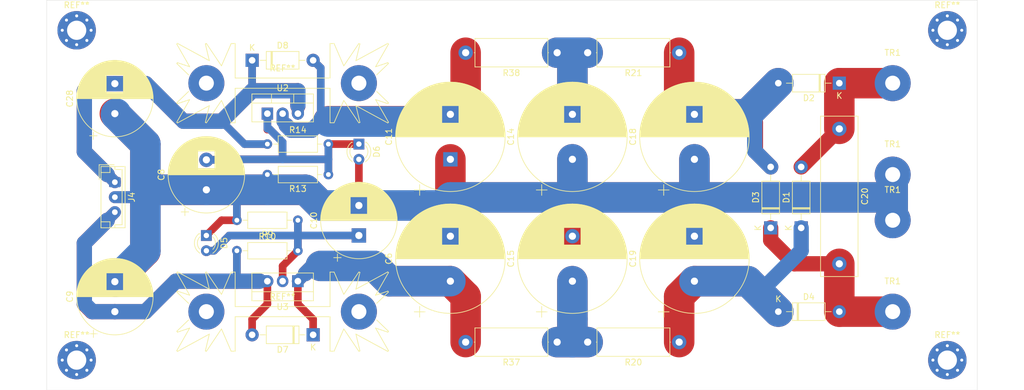
<source format=kicad_pcb>
(kicad_pcb (version 20171130) (host pcbnew 5.1.5+dfsg1-2build2)
  (layers (0 F.Cu signal) (31 B.Cu signal) (34 B.Paste user) (35 F.Paste user) (36 B.SilkS user) (37 F.SilkS user) (38 B.Mask user) (39 F.Mask user) (44 Edge.Cuts user))
  (net 0 "")
  (net 1 GND)
  (net 2 "Net-(C6-Pad1)")
  (net 3 "Net-(C8-Pad2)")
  (net 4 +15V)
  (net 5 "Net-(C10-Pad1)")
  (net 6 "Net-(C11-Pad2)")
  (net 7 "Net-(C14-Pad2)")
  (net 8 "Net-(C15-Pad1)")
  (net 9 "Net-(C18-Pad2)")
  (net 10 "Net-(C19-Pad1)")
  (net 11 "Net-(C20-Pad1)")
  (net 12 "Net-(C20-Pad2)")
  (net 13 -15V)
  (module MountingHole:MountingHole_3.2mm_M3_Pad_Via (layer F.Cu) (at 80 75)
    (fp_text reference REF** (at 0 -4.2) (layer F.SilkS))
    (fp_text value MountingHole_3.2mm_M3_Pad_Via)
    (pad 1 thru_hole circle (at 0 0) (size 6.4 6.4) (drill 3.2) (layers *.Cu *.Mask))
    (pad 1 thru_hole circle (at 2.4 0) (size 0.8 0.8) (drill 0.5) (layers *.Cu *.Mask))
    (pad 1 thru_hole circle (at 1.697056 1.697056) (size 0.8 0.8) (drill 0.5) (layers *.Cu *.Mask))
    (pad 1 thru_hole circle (at 0 2.4) (size 0.8 0.8) (drill 0.5) (layers *.Cu *.Mask))
    (pad 1 thru_hole circle (at -1.697056 1.697056) (size 0.8 0.8) (drill 0.5) (layers *.Cu *.Mask))
    (pad 1 thru_hole circle (at -2.4 0) (size 0.8 0.8) (drill 0.5) (layers *.Cu *.Mask))
    (pad 1 thru_hole circle (at -1.697056 -1.697056) (size 0.8 0.8) (drill 0.5) (layers *.Cu *.Mask))
    (pad 1 thru_hole circle (at 0 -2.4) (size 0.8 0.8) (drill 0.5) (layers *.Cu *.Mask))
    (pad 1 thru_hole circle (at 1.697056 -1.697056) (size 0.8 0.8) (drill 0.5) (layers *.Cu *.Mask))
  )
  (module MountingHole:MountingHole_3.2mm_M3_Pad_Via (layer F.Cu) (at 80 130)
    (fp_text reference REF** (at 0 -4.2) (layer F.SilkS))
    (fp_text value MountingHole_3.2mm_M3_Pad_Via)
    (pad 1 thru_hole circle (at 1.697056 -1.697056) (size 0.8 0.8) (drill 0.5) (layers *.Cu *.Mask))
    (pad 1 thru_hole circle (at 0 -2.4) (size 0.8 0.8) (drill 0.5) (layers *.Cu *.Mask))
    (pad 1 thru_hole circle (at -1.697056 -1.697056) (size 0.8 0.8) (drill 0.5) (layers *.Cu *.Mask))
    (pad 1 thru_hole circle (at -2.4 0) (size 0.8 0.8) (drill 0.5) (layers *.Cu *.Mask))
    (pad 1 thru_hole circle (at -1.697056 1.697056) (size 0.8 0.8) (drill 0.5) (layers *.Cu *.Mask))
    (pad 1 thru_hole circle (at 0 2.4) (size 0.8 0.8) (drill 0.5) (layers *.Cu *.Mask))
    (pad 1 thru_hole circle (at 1.697056 1.697056) (size 0.8 0.8) (drill 0.5) (layers *.Cu *.Mask))
    (pad 1 thru_hole circle (at 2.4 0) (size 0.8 0.8) (drill 0.5) (layers *.Cu *.Mask))
    (pad 1 thru_hole circle (at 0 0) (size 6.4 6.4) (drill 3.2) (layers *.Cu *.Mask))
  )
  (module MountingHole:MountingHole_3.2mm_M3_Pad_Via (layer F.Cu) (at 225 130)
    (fp_text reference REF** (at 0 -4.2) (layer F.SilkS))
    (fp_text value MountingHole_3.2mm_M3_Pad_Via)
    (pad 1 thru_hole circle (at 0 0) (size 6.4 6.4) (drill 3.2) (layers *.Cu *.Mask))
    (pad 1 thru_hole circle (at 2.4 0) (size 0.8 0.8) (drill 0.5) (layers *.Cu *.Mask))
    (pad 1 thru_hole circle (at 1.697056 1.697056) (size 0.8 0.8) (drill 0.5) (layers *.Cu *.Mask))
    (pad 1 thru_hole circle (at 0 2.4) (size 0.8 0.8) (drill 0.5) (layers *.Cu *.Mask))
    (pad 1 thru_hole circle (at -1.697056 1.697056) (size 0.8 0.8) (drill 0.5) (layers *.Cu *.Mask))
    (pad 1 thru_hole circle (at -2.4 0) (size 0.8 0.8) (drill 0.5) (layers *.Cu *.Mask))
    (pad 1 thru_hole circle (at -1.697056 -1.697056) (size 0.8 0.8) (drill 0.5) (layers *.Cu *.Mask))
    (pad 1 thru_hole circle (at 0 -2.4) (size 0.8 0.8) (drill 0.5) (layers *.Cu *.Mask))
    (pad 1 thru_hole circle (at 1.697056 -1.697056) (size 0.8 0.8) (drill 0.5) (layers *.Cu *.Mask))
  )
  (module MountingHole:MountingHole_3.2mm_M3_Pad_Via (layer F.Cu) (at 225 75)
    (fp_text reference REF** (at 0 -4.2) (layer F.SilkS))
    (fp_text value MountingHole_3.2mm_M3_Pad_Via)
    (pad 1 thru_hole circle (at 1.697056 -1.697056) (size 0.8 0.8) (drill 0.5) (layers *.Cu *.Mask))
    (pad 1 thru_hole circle (at 0 -2.4) (size 0.8 0.8) (drill 0.5) (layers *.Cu *.Mask))
    (pad 1 thru_hole circle (at -1.697056 -1.697056) (size 0.8 0.8) (drill 0.5) (layers *.Cu *.Mask))
    (pad 1 thru_hole circle (at -2.4 0) (size 0.8 0.8) (drill 0.5) (layers *.Cu *.Mask))
    (pad 1 thru_hole circle (at -1.697056 1.697056) (size 0.8 0.8) (drill 0.5) (layers *.Cu *.Mask))
    (pad 1 thru_hole circle (at 0 2.4) (size 0.8 0.8) (drill 0.5) (layers *.Cu *.Mask))
    (pad 1 thru_hole circle (at 1.697056 1.697056) (size 0.8 0.8) (drill 0.5) (layers *.Cu *.Mask))
    (pad 1 thru_hole circle (at 2.4 0) (size 0.8 0.8) (drill 0.5) (layers *.Cu *.Mask))
    (pad 1 thru_hole circle (at 0 0) (size 6.4 6.4) (drill 3.2) (layers *.Cu *.Mask))
  )
  (module Connector_Wire:SolderWirePad_1x01_Drill2.5mm (layer F.Cu) (at 215.9 99.06)
    (fp_text reference TR1 (at 0 -5.08) (layer F.SilkS))
    (fp_text value SolderWirePad_1x01_Drill2.5mm)
    (pad 5 thru_hole circle (at 0 0) (size 5.99948 5.99948) (drill 2.49936) (layers *.Cu *.Mask) (net 1 GND))
  )
  (module Connector_Wire:SolderWirePad_1x01_Drill2.5mm (layer F.Cu) (at 215.9 106.68)
    (fp_text reference TR1 (at 0 -5.08) (layer F.SilkS))
    (fp_text value SolderWirePad_1x01_Drill2.5mm)
    (pad 6 thru_hole circle (at 0 0) (size 5.99948 5.99948) (drill 2.49936) (layers *.Cu *.Mask) (net 1 GND))
  )
  (module Connector_Wire:SolderWirePad_1x01_Drill2.5mm (layer F.Cu) (at 215.9 121.92)
    (fp_text reference TR1 (at 0 -5.08) (layer F.SilkS))
    (fp_text value SolderWirePad_1x01_Drill2.5mm)
    (pad 7 thru_hole circle (at 0 0) (size 5.99948 5.99948) (drill 2.49936) (layers *.Cu *.Mask) (net 12 "Net-(C20-Pad2)"))
  )
  (module Connector_Wire:SolderWirePad_1x01_Drill2.5mm (layer F.Cu) (at 215.9 83.82)
    (fp_text reference TR1 (at 0 -5.08) (layer F.SilkS))
    (fp_text value SolderWirePad_1x01_Drill2.5mm)
    (pad 4 thru_hole circle (at 0 0) (size 5.99948 5.99948) (drill 2.49936) (layers *.Cu *.Mask) (net 11 "Net-(C20-Pad1)"))
  )
  (module Connector_JST:JST_EH_B3B-EH-A_1x03_P2.50mm_Vertical (layer F.Cu) (at 86.36 100.33 270)
    (fp_text reference J4 (at 2.5 -2.8 90) (layer F.SilkS))
    (fp_text value Conn_01x03)
    (pad 3 thru_hole oval (at 5 0 270) (size 1.7 1.95) (drill 0.95) (layers *.Cu *.Mask) (net 4 +15V))
    (pad 2 thru_hole oval (at 2.5 0 270) (size 1.7 1.95) (drill 0.95) (layers *.Cu *.Mask) (net 1 GND))
    (pad 1 thru_hole roundrect (at 0 0 270) (size 1.7 1.95) (drill 0.95) (layers *.Cu *.Mask) (roundrect_rratio 0.147059) (net 13 -15V))
  )
  (module Heatsink:Heatsink_Fischer_SK104-STC-STIC_35x13mm_2xDrill2.5mm (layer F.Cu) (at 114.3 121.92)
    (fp_text reference REF** (at -0.025 -2.5) (layer F.SilkS))
    (fp_text value Heatsink_Fischer_SK104-STC-STIC_35x13mm_2xDrill2.5mm)
    (pad 1 thru_hole circle (at -12.7 0 180) (size 6 6) (drill 2.5) (layers *.Cu *.Mask))
    (pad 1 thru_hole circle (at 12.7 0) (size 6 6) (drill 2.5) (layers *.Cu *.Mask))
  )
  (module Heatsink:Heatsink_Fischer_SK104-STC-STIC_35x13mm_2xDrill2.5mm (layer F.Cu) (at 114.3 83.82)
    (fp_text reference REF** (at -0.025 -2.5) (layer F.SilkS))
    (fp_text value Heatsink_Fischer_SK104-STC-STIC_35x13mm_2xDrill2.5mm)
    (pad 1 thru_hole circle (at 12.7 0) (size 6 6) (drill 2.5) (layers *.Cu *.Mask))
    (pad 1 thru_hole circle (at -12.7 0 180) (size 6 6) (drill 2.5) (layers *.Cu *.Mask))
  )
  (module Resistor_THT:R_Axial_DIN0414_L11.9mm_D4.5mm_P15.24mm_Horizontal (layer F.Cu) (at 160.02 78.74 180)
    (fp_text reference R38 (at 7.62 -3.37) (layer F.SilkS))
    (fp_text value 5R1)
    (pad 2 thru_hole oval (at 15.24 0 180) (size 2.4 2.4) (drill 1.2) (layers *.Cu *.Mask) (net 6 "Net-(C11-Pad2)"))
    (pad 1 thru_hole circle (at 0 0 180) (size 2.4 2.4) (drill 1.2) (layers *.Cu *.Mask) (net 7 "Net-(C14-Pad2)"))
  )
  (module Resistor_THT:R_Axial_DIN0414_L11.9mm_D4.5mm_P15.24mm_Horizontal (layer F.Cu) (at 160.02 127 180)
    (fp_text reference R37 (at 7.62 -3.37) (layer F.SilkS))
    (fp_text value 5R1)
    (pad 2 thru_hole oval (at 15.24 0 180) (size 2.4 2.4) (drill 1.2) (layers *.Cu *.Mask) (net 2 "Net-(C6-Pad1)"))
    (pad 1 thru_hole circle (at 0 0 180) (size 2.4 2.4) (drill 1.2) (layers *.Cu *.Mask) (net 8 "Net-(C15-Pad1)"))
  )
  (module Resistor_THT:R_Axial_DIN0414_L11.9mm_D4.5mm_P15.24mm_Horizontal (layer F.Cu) (at 180.34 78.74 180)
    (fp_text reference R21 (at 7.62 -3.37) (layer F.SilkS))
    (fp_text value 5R1)
    (pad 2 thru_hole oval (at 15.24 0 180) (size 2.4 2.4) (drill 1.2) (layers *.Cu *.Mask) (net 7 "Net-(C14-Pad2)"))
    (pad 1 thru_hole circle (at 0 0 180) (size 2.4 2.4) (drill 1.2) (layers *.Cu *.Mask) (net 9 "Net-(C18-Pad2)"))
  )
  (module Resistor_THT:R_Axial_DIN0414_L11.9mm_D4.5mm_P15.24mm_Horizontal (layer F.Cu) (at 180.34 127 180)
    (fp_text reference R20 (at 7.62 -3.37) (layer F.SilkS))
    (fp_text value 5R1)
    (pad 2 thru_hole oval (at 15.24 0 180) (size 2.4 2.4) (drill 1.2) (layers *.Cu *.Mask) (net 8 "Net-(C15-Pad1)"))
    (pad 1 thru_hole circle (at 0 0 180) (size 2.4 2.4) (drill 1.2) (layers *.Cu *.Mask) (net 10 "Net-(C19-Pad1)"))
  )
  (module Capacitor_THT:CP_Radial_D18.0mm_P7.50mm (layer F.Cu) (at 142.24 116.84 90)
    (fp_text reference C6 (at 3.75 -10.25 90) (layer F.SilkS))
    (fp_text value 3300uF/35V)
    (pad 1 thru_hole rect (at 0 0 90) (size 2.4 2.4) (drill 1.2) (layers *.Cu *.Mask) (net 2 "Net-(C6-Pad1)"))
    (pad 2 thru_hole circle (at 7.5 0 90) (size 2.4 2.4) (drill 1.2) (layers *.Cu *.Mask) (net 1 GND))
  )
  (module Capacitor_THT:CP_Radial_D12.5mm_P5.00mm (layer F.Cu) (at 101.6 101.6 90)
    (fp_text reference C8 (at 2.5 -7.5 90) (layer F.SilkS))
    (fp_text value 220uF/50V)
    (pad 2 thru_hole circle (at 5 0 90) (size 2.4 2.4) (drill 1.2) (layers *.Cu *.Mask) (net 3 "Net-(C8-Pad2)"))
    (pad 1 thru_hole rect (at 0 0 90) (size 2.4 2.4) (drill 1.2) (layers *.Cu *.Mask) (net 1 GND))
  )
  (module Capacitor_THT:CP_Radial_D12.5mm_P5.00mm (layer F.Cu) (at 86.36 121.92 90)
    (fp_text reference C9 (at 2.5 -7.5 90) (layer F.SilkS))
    (fp_text value 220uF/50V)
    (pad 1 thru_hole rect (at 0 0 90) (size 2.4 2.4) (drill 1.2) (layers *.Cu *.Mask) (net 4 +15V))
    (pad 2 thru_hole circle (at 5 0 90) (size 2.4 2.4) (drill 1.2) (layers *.Cu *.Mask) (net 1 GND))
  )
  (module Capacitor_THT:CP_Radial_D12.5mm_P5.00mm (layer F.Cu) (at 127 109.22 90)
    (fp_text reference C10 (at 2.5 -7.5 90) (layer F.SilkS))
    (fp_text value 220uF/50V)
    (pad 2 thru_hole circle (at 5 0 90) (size 2.4 2.4) (drill 1.2) (layers *.Cu *.Mask) (net 1 GND))
    (pad 1 thru_hole rect (at 0 0 90) (size 2.4 2.4) (drill 1.2) (layers *.Cu *.Mask) (net 5 "Net-(C10-Pad1)"))
  )
  (module Capacitor_THT:CP_Radial_D18.0mm_P7.50mm (layer F.Cu) (at 142.24 96.52 90)
    (fp_text reference C11 (at 3.75 -10.25 90) (layer F.SilkS))
    (fp_text value 3300uF/35V)
    (pad 2 thru_hole circle (at 7.5 0 90) (size 2.4 2.4) (drill 1.2) (layers *.Cu *.Mask) (net 6 "Net-(C11-Pad2)"))
    (pad 1 thru_hole rect (at 0 0 90) (size 2.4 2.4) (drill 1.2) (layers *.Cu *.Mask) (net 1 GND))
  )
  (module Capacitor_THT:CP_Radial_D18.0mm_P7.50mm (layer F.Cu) (at 162.56 96.52 90)
    (fp_text reference C14 (at 3.75 -10.25 90) (layer F.SilkS))
    (fp_text value 3300uF/35V)
    (pad 1 thru_hole rect (at 0 0 90) (size 2.4 2.4) (drill 1.2) (layers *.Cu *.Mask) (net 1 GND))
    (pad 2 thru_hole circle (at 7.5 0 90) (size 2.4 2.4) (drill 1.2) (layers *.Cu *.Mask) (net 7 "Net-(C14-Pad2)"))
  )
  (module Capacitor_THT:CP_Radial_D18.0mm_P7.50mm (layer F.Cu) (at 162.56 116.84 90)
    (fp_text reference C15 (at 3.75 -10.25 90) (layer F.SilkS))
    (fp_text value 3300uF/35V)
    (pad 2 thru_hole circle (at 7.5 0 90) (size 2.4 2.4) (drill 1.2) (layers *.Cu *.Mask) (net 1 GND))
    (pad 1 thru_hole rect (at 0 0 90) (size 2.4 2.4) (drill 1.2) (layers *.Cu *.Mask) (net 8 "Net-(C15-Pad1)"))
  )
  (module Capacitor_THT:CP_Radial_D18.0mm_P7.50mm (layer F.Cu) (at 182.88 96.52 90)
    (fp_text reference C18 (at 3.75 -10.25 90) (layer F.SilkS))
    (fp_text value 3300uF/35V)
    (pad 2 thru_hole circle (at 7.5 0 90) (size 2.4 2.4) (drill 1.2) (layers *.Cu *.Mask) (net 9 "Net-(C18-Pad2)"))
    (pad 1 thru_hole rect (at 0 0 90) (size 2.4 2.4) (drill 1.2) (layers *.Cu *.Mask) (net 1 GND))
  )
  (module Capacitor_THT:CP_Radial_D18.0mm_P7.50mm (layer F.Cu) (at 182.88 116.84 90)
    (fp_text reference C19 (at 3.75 -10.25 90) (layer F.SilkS))
    (fp_text value 3300uF/35V)
    (pad 1 thru_hole rect (at 0 0 90) (size 2.4 2.4) (drill 1.2) (layers *.Cu *.Mask) (net 10 "Net-(C19-Pad1)"))
    (pad 2 thru_hole circle (at 7.5 0 90) (size 2.4 2.4) (drill 1.2) (layers *.Cu *.Mask) (net 1 GND))
  )
  (module Capacitor_THT:C_Rect_L26.5mm_W6.0mm_P22.50mm_MKS4 (layer F.Cu) (at 207.01 91.44 270)
    (fp_text reference C20 (at 11.25 -4.25 90) (layer F.SilkS))
    (fp_text value .22uF/250V)
    (pad 1 thru_hole circle (at 0 0 270) (size 2.4 2.4) (drill 1.2) (layers *.Cu *.Mask) (net 11 "Net-(C20-Pad1)"))
    (pad 2 thru_hole circle (at 22.5 0 270) (size 2.4 2.4) (drill 1.2) (layers *.Cu *.Mask) (net 12 "Net-(C20-Pad2)"))
  )
  (module Capacitor_THT:CP_Radial_D12.5mm_P5.00mm (layer F.Cu) (at 86.36 88.9 90)
    (fp_text reference C28 (at 2.5 -7.5 90) (layer F.SilkS))
    (fp_text value 220uF/50V)
    (pad 1 thru_hole rect (at 0 0 90) (size 2.4 2.4) (drill 1.2) (layers *.Cu *.Mask) (net 1 GND))
    (pad 2 thru_hole circle (at 5 0 90) (size 2.4 2.4) (drill 1.2) (layers *.Cu *.Mask) (net 13 -15V))
  )
  (module Diode_THT:D_DO-41_SOD81_P10.16mm_Horizontal (layer F.Cu) (at 200.66 107.95 90)
    (fp_text reference D1 (at 5.08 -2.47 90) (layer F.SilkS))
    (fp_text value 1N4004)
    (fp_text user K (at 0 -2.1 90) (layer F.SilkS))
    (pad 1 thru_hole rect (at 0 0 90) (size 2.2 2.2) (drill 1.1) (layers *.Cu *.Mask) (net 10 "Net-(C19-Pad1)"))
    (pad 2 thru_hole oval (at 10.16 0 90) (size 2.2 2.2) (drill 1.1) (layers *.Cu *.Mask) (net 11 "Net-(C20-Pad1)"))
  )
  (module Diode_THT:D_DO-41_SOD81_P10.16mm_Horizontal (layer F.Cu) (at 207.01 83.82 180)
    (fp_text reference D2 (at 5.08 -2.47) (layer F.SilkS))
    (fp_text value 1N4004)
    (fp_text user K (at 0 -2.1) (layer F.SilkS))
    (pad 1 thru_hole rect (at 0 0 180) (size 2.2 2.2) (drill 1.1) (layers *.Cu *.Mask) (net 11 "Net-(C20-Pad1)"))
    (pad 2 thru_hole oval (at 10.16 0 180) (size 2.2 2.2) (drill 1.1) (layers *.Cu *.Mask) (net 9 "Net-(C18-Pad2)"))
  )
  (module Diode_THT:D_DO-41_SOD81_P10.16mm_Horizontal (layer F.Cu) (at 195.58 107.95 90)
    (fp_text reference D3 (at 5.08 -2.47 90) (layer F.SilkS))
    (fp_text value 1N4004)
    (fp_text user K (at 0 -2.1 90) (layer F.SilkS))
    (pad 2 thru_hole oval (at 10.16 0 90) (size 2.2 2.2) (drill 1.1) (layers *.Cu *.Mask) (net 9 "Net-(C18-Pad2)"))
    (pad 1 thru_hole rect (at 0 0 90) (size 2.2 2.2) (drill 1.1) (layers *.Cu *.Mask) (net 12 "Net-(C20-Pad2)"))
  )
  (module Diode_THT:D_DO-41_SOD81_P10.16mm_Horizontal (layer F.Cu) (at 196.85 121.92)
    (fp_text reference D4 (at 5.08 -2.47) (layer F.SilkS))
    (fp_text value 1N4004)
    (fp_text user K (at 0 -2.1) (layer F.SilkS))
    (pad 2 thru_hole oval (at 10.16 0) (size 2.2 2.2) (drill 1.1) (layers *.Cu *.Mask) (net 12 "Net-(C20-Pad2)"))
    (pad 1 thru_hole rect (at 0 0) (size 2.2 2.2) (drill 1.1) (layers *.Cu *.Mask) (net 10 "Net-(C19-Pad1)"))
  )
  (module LED_THT:LED_D3.0mm (layer F.Cu) (at 101.6 109.22 270)
    (fp_text reference D5 (at 1.27 -2.96 90) (layer F.SilkS))
    (fp_text value "Red LED")
    (pad 1 thru_hole rect (at 0 0 270) (size 1.8 1.8) (drill 0.9) (layers *.Cu *.Mask) (net 1 GND))
    (pad 2 thru_hole circle (at 2.54 0 270) (size 1.8 1.8) (drill 0.9) (layers *.Cu *.Mask) (net 5 "Net-(C10-Pad1)"))
  )
  (module LED_THT:LED_D3.0mm (layer F.Cu) (at 127 93.98 270)
    (fp_text reference D6 (at 1.27 -2.96 90) (layer F.SilkS))
    (fp_text value "Red LED")
    (pad 2 thru_hole circle (at 2.54 0 270) (size 1.8 1.8) (drill 0.9) (layers *.Cu *.Mask) (net 1 GND))
    (pad 1 thru_hole rect (at 0 0 270) (size 1.8 1.8) (drill 0.9) (layers *.Cu *.Mask) (net 3 "Net-(C8-Pad2)"))
  )
  (module Diode_THT:D_DO-41_SOD81_P10.16mm_Horizontal (layer F.Cu) (at 119.38 125.7808 180)
    (fp_text reference D7 (at 5.08 -2.47) (layer F.SilkS))
    (fp_text value 1N4004)
    (fp_text user K (at 0 -2.1) (layer F.SilkS))
    (pad 2 thru_hole oval (at 10.16 0 180) (size 2.2 2.2) (drill 1.1) (layers *.Cu *.Mask) (net 4 +15V))
    (pad 1 thru_hole rect (at 0 0 180) (size 2.2 2.2) (drill 1.1) (layers *.Cu *.Mask) (net 2 "Net-(C6-Pad1)"))
  )
  (module Diode_THT:D_DO-41_SOD81_P10.16mm_Horizontal (layer F.Cu) (at 109.22 80.01)
    (fp_text reference D8 (at 5.08 -2.47) (layer F.SilkS))
    (fp_text value 1N4004)
    (fp_text user K (at 0 -2.1) (layer F.SilkS))
    (pad 1 thru_hole rect (at 0 0) (size 2.2 2.2) (drill 1.1) (layers *.Cu *.Mask) (net 13 -15V))
    (pad 2 thru_hole oval (at 10.16 0) (size 2.2 2.2) (drill 1.1) (layers *.Cu *.Mask) (net 6 "Net-(C11-Pad2)"))
  )
  (module Package_TO_SOT_THT:TO-220-3_Vertical (layer F.Cu) (at 111.76 88.9)
    (fp_text reference U2 (at 2.54 -4.27) (layer F.SilkS))
    (fp_text value L7915)
    (pad 1 thru_hole rect (at 0 0) (size 1.905 2) (drill 1.1) (layers *.Cu *.Mask) (net 3 "Net-(C8-Pad2)"))
    (pad 2 thru_hole oval (at 2.54 0) (size 1.905 2) (drill 1.1) (layers *.Cu *.Mask) (net 6 "Net-(C11-Pad2)"))
    (pad 3 thru_hole oval (at 5.08 0) (size 1.905 2) (drill 1.1) (layers *.Cu *.Mask) (net 13 -15V))
  )
  (module Package_TO_SOT_THT:TO-220-3_Vertical (layer F.Cu) (at 116.84 116.84 180)
    (fp_text reference U3 (at 2.54 -4.27) (layer F.SilkS))
    (fp_text value L7815)
    (pad 1 thru_hole rect (at 0 0 180) (size 1.905 2) (drill 1.1) (layers *.Cu *.Mask) (net 2 "Net-(C6-Pad1)"))
    (pad 2 thru_hole oval (at 2.54 0 180) (size 1.905 2) (drill 1.1) (layers *.Cu *.Mask) (net 5 "Net-(C10-Pad1)"))
    (pad 3 thru_hole oval (at 5.08 0 180) (size 1.905 2) (drill 1.1) (layers *.Cu *.Mask) (net 4 +15V))
  )
  (module Resistor_THT:R_Axial_DIN0207_L6.3mm_D2.5mm_P10.16mm_Horizontal (layer F.Cu) (at 116.84 106.68 180)
    (fp_text reference R9 (at 5.08 -2.37) (layer F.SilkS))
    (fp_text value 330)
    (pad 1 thru_hole circle (at 0 0 180) (size 1.6 1.6) (drill 0.8) (layers *.Cu *.Mask) (net 5 "Net-(C10-Pad1)"))
    (pad 2 thru_hole oval (at 10.16 0 180) (size 1.6 1.6) (drill 0.8) (layers *.Cu *.Mask) (net 1 GND))
  )
  (module Resistor_THT:R_Axial_DIN0207_L6.3mm_D2.5mm_P10.16mm_Horizontal (layer F.Cu) (at 106.68 111.76)
    (fp_text reference R10 (at 5.08 -2.37) (layer F.SilkS))
    (fp_text value 1K)
    (pad 2 thru_hole oval (at 10.16 0) (size 1.6 1.6) (drill 0.8) (layers *.Cu *.Mask) (net 5 "Net-(C10-Pad1)"))
    (pad 1 thru_hole circle (at 0 0) (size 1.6 1.6) (drill 0.8) (layers *.Cu *.Mask) (net 4 +15V))
  )
  (module Resistor_THT:R_Axial_DIN0207_L6.3mm_D2.5mm_P10.16mm_Horizontal (layer F.Cu) (at 121.92 99.06 180)
    (fp_text reference R13 (at 5.08 -2.37) (layer F.SilkS))
    (fp_text value 330)
    (pad 2 thru_hole oval (at 10.16 0 180) (size 1.6 1.6) (drill 0.8) (layers *.Cu *.Mask) (net 1 GND))
    (pad 1 thru_hole circle (at 0 0 180) (size 1.6 1.6) (drill 0.8) (layers *.Cu *.Mask) (net 3 "Net-(C8-Pad2)"))
  )
  (module Resistor_THT:R_Axial_DIN0207_L6.3mm_D2.5mm_P10.16mm_Horizontal (layer F.Cu) (at 111.76 93.98)
    (fp_text reference R14 (at 5.08 -2.37) (layer F.SilkS))
    (fp_text value 1K)
    (pad 1 thru_hole circle (at 0 0) (size 1.6 1.6) (drill 0.8) (layers *.Cu *.Mask) (net 13 -15V))
    (pad 2 thru_hole oval (at 10.16 0) (size 1.6 1.6) (drill 0.8) (layers *.Cu *.Mask) (net 3 "Net-(C8-Pad2)"))
  )
  (gr_line (start 75 135) (end 75 70) (layer Edge.Cuts) (width 0.05))
  (gr_line (start 230 135) (end 75 135) (layer Edge.Cuts) (width 0.05))
  (gr_line (start 230 70) (end 230 135) (layer Edge.Cuts) (width 0.05))
  (gr_line (start 75 70) (end 230 70) (layer Edge.Cuts) (width 0.05))
  (segment (start 182.88 102.87) (end 182.88 109.34) (width 5.08) (layer B.Cu) (net 1))
  (segment (start 182.88 96.52) (end 182.88 102.87) (width 5.08) (layer B.Cu) (net 1))
  (segment (start 142.24 102.87) (end 142.24 109.34) (width 5.08) (layer B.Cu) (net 1))
  (segment (start 140.89 104.22) (end 127 104.22) (width 5.08) (layer B.Cu) (net 1))
  (segment (start 142.24 102.87) (end 140.89 104.22) (width 5.08) (layer B.Cu) (net 1))
  (segment (start 127 104.22) (end 120.73 104.22) (width 5.08) (layer B.Cu) (net 1))
  (segment (start 120.73 104.22) (end 118.11 101.6) (width 5.08) (layer B.Cu) (net 1))
  (segment (start 101.6 101.6) (end 91.44 101.6) (width 5.08) (layer B.Cu) (net 1))
  (segment (start 86.56001 89.10001) (end 86.56001 88.9) (width 5.08) (layer B.Cu) (net 1))
  (segment (start 91.44 93.98) (end 86.56001 89.10001) (width 5.08) (layer B.Cu) (net 1))
  (segment (start 91.44 101.6) (end 91.44 93.98) (width 5.08) (layer B.Cu) (net 1))
  (segment (start 91.44 101.6) (end 91.44 111.76) (width 5.08) (layer B.Cu) (net 1))
  (segment (start 86.56001 116.63999) (end 86.56001 116.92) (width 5.08) (layer B.Cu) (net 1))
  (segment (start 91.44 111.76) (end 86.56001 116.63999) (width 5.08) (layer B.Cu) (net 1))
  (segment (start 90.13 102.91) (end 91.44 101.6) (width 2.54) (layer B.Cu) (net 1))
  (segment (start 111.76 99.06) (end 111.76 101.6) (width 1.27) (layer B.Cu) (net 1))
  (segment (start 118.11 101.6) (end 111.76 101.6) (width 5.08) (layer B.Cu) (net 1))
  (segment (start 106.68 106.68) (end 106.68 101.6) (width 1.27) (layer B.Cu) (net 1))
  (segment (start 106.68 101.6) (end 101.6 101.6) (width 5.08) (layer B.Cu) (net 1))
  (segment (start 111.76 101.6) (end 106.68 101.6) (width 5.08) (layer B.Cu) (net 1))
  (segment (start 162.56 96.52) (end 162.56 102.87) (width 5.08) (layer B.Cu) (net 1))
  (segment (start 162.56 102.87) (end 182.88 102.87) (width 5.08) (layer B.Cu) (net 1))
  (segment (start 142.24 102.87) (end 162.56 102.87) (width 5.08) (layer B.Cu) (net 1))
  (segment (start 215.9 102.87) (end 182.88 102.87) (width 5.08) (layer B.Cu) (net 1))
  (segment (start 215.9 99.06) (end 215.9 102.87) (width 5.08) (layer B.Cu) (net 1))
  (segment (start 215.9 102.87) (end 215.9 106.68) (width 5.08) (layer B.Cu) (net 1))
  (segment (start 86.36 88.9) (end 91.44 93.98) (width 5.08) (layer F.Cu) (net 1))
  (segment (start 91.44 111.84) (end 86.36 116.92) (width 5.08) (layer F.Cu) (net 1))
  (segment (start 91.44 93.98) (end 91.44 111.84) (width 5.08) (layer F.Cu) (net 1))
  (segment (start 142.24 96.52) (end 142.24 109.34) (width 5.08) (layer F.Cu) (net 1))
  (segment (start 162.56 96.52) (end 162.56 109.34) (width 5.08) (layer F.Cu) (net 1))
  (segment (start 182.88 96.52) (end 182.88 109.34) (width 5.08) (layer F.Cu) (net 1))
  (segment (start 215.9 99.06) (end 215.9 106.68) (width 5.08) (layer F.Cu) (net 1))
  (segment (start 194.31 102.87) (end 215.9 102.87) (width 5.08) (layer F.Cu) (net 1))
  (segment (start 142.24 102.87) (end 194.31 102.87) (width 5.08) (layer F.Cu) (net 1))
  (segment (start 120.73 104.22) (end 140.89 104.22) (width 5.08) (layer F.Cu) (net 1))
  (segment (start 140.89 104.22) (end 142.24 102.87) (width 5.08) (layer F.Cu) (net 1))
  (segment (start 118.11 101.6) (end 120.73 104.22) (width 5.08) (layer F.Cu) (net 1))
  (segment (start 91.44 101.6) (end 118.11 101.6) (width 5.08) (layer F.Cu) (net 1))
  (segment (start 91.185 101.6) (end 91.44 101.6) (width 2.54) (layer F.Cu) (net 1))
  (segment (start 127 96.52) (end 127 104.22) (width 1.27) (layer F.Cu) (net 1))
  (segment (start 101.6 109.22) (end 104.14 106.68) (width 1.27) (layer F.Cu) (net 1))
  (segment (start 104.14 106.68) (end 106.68 106.68) (width 1.27) (layer F.Cu) (net 1))
  (segment (start 106.68 106.68) (end 106.68 101.6) (width 1.27) (layer F.Cu) (net 1))
  (segment (start 90.21 102.83) (end 91.44 101.6) (width 2) (layer B.Cu) (net 1))
  (segment (start 86.36 102.83) (end 90.21 102.83) (width 2) (layer B.Cu) (net 1))
  (segment (start 90.21 102.83) (end 91.44 101.6) (width 2) (layer F.Cu) (net 1))
  (segment (start 86.36 102.83) (end 90.21 102.83) (width 2) (layer F.Cu) (net 1))
  (segment (start 142.24 116.84) (end 132.08 116.84) (width 5.08) (layer B.Cu) (net 2))
  (segment (start 132.08 116.84) (end 129.54 114.3) (width 5.08) (layer B.Cu) (net 2))
  (segment (start 129.54 114.3) (end 120.65 114.3) (width 5.08) (layer B.Cu) (net 2))
  (segment (start 144.78 119.38) (end 142.24 116.84) (width 5.08) (layer F.Cu) (net 2))
  (segment (start 144.78 127) (end 144.78 119.38) (width 5.08) (layer F.Cu) (net 2))
  (segment (start 142.24 116.84) (end 132.08 116.84) (width 5.08) (layer F.Cu) (net 2))
  (segment (start 132.08 116.84) (end 129.54 114.3) (width 5.08) (layer F.Cu) (net 2))
  (segment (start 129.54 114.3) (end 120.65 114.3) (width 5.08) (layer F.Cu) (net 2))
  (segment (start 116.84 116.84) (end 116.84 120.65) (width 1.27) (layer F.Cu) (net 2))
  (segment (start 116.84 120.65) (end 119.38 123.19) (width 1.27) (layer F.Cu) (net 2))
  (segment (start 119.38 123.19) (end 119.38 125.7808) (width 1.27) (layer F.Cu) (net 2))
  (segment (start 120.65 114.3) (end 119.38 114.3) (width 2.54) (layer F.Cu) (net 2))
  (segment (start 119.38 114.3) (end 118.11 115.57) (width 2.54) (layer F.Cu) (net 2))
  (segment (start 120.65 114.3) (end 119.38 114.3) (width 2.54) (layer B.Cu) (net 2))
  (segment (start 119.38 114.3) (end 118.11 115.57) (width 2.54) (layer B.Cu) (net 2))
  (segment (start 118.11 115.57) (end 116.84 116.84) (width 2) (layer B.Cu) (net 2))
  (segment (start 118.11 115.57) (end 116.84 116.84) (width 2) (layer F.Cu) (net 2))
  (segment (start 121.92 96.52) (end 121.92 99.06) (width 1.27) (layer B.Cu) (net 3))
  (segment (start 121.92 93.98) (end 121.92 96.52) (width 1.27) (layer B.Cu) (net 3))
  (segment (start 111.76 88.9) (end 111.76 91.44) (width 1.27) (layer B.Cu) (net 3))
  (segment (start 121.92 96.52) (end 114.3 96.52) (width 1.27) (layer B.Cu) (net 3))
  (segment (start 114.3 96.52) (end 104.14 96.52) (width 1.27) (layer B.Cu) (net 3))
  (segment (start 104.06 96.6) (end 101.6 96.6) (width 1.27) (layer B.Cu) (net 3))
  (segment (start 104.14 96.52) (end 104.06 96.6) (width 1.27) (layer B.Cu) (net 3))
  (segment (start 121.92 93.98) (end 121.92 99.06) (width 1.27) (layer F.Cu) (net 3))
  (segment (start 121.92 93.98) (end 127 93.98) (width 1.27) (layer F.Cu) (net 3))
  (segment (start 104.06 96.6) (end 101.6 96.6) (width 1.27) (layer F.Cu) (net 3))
  (segment (start 104.14 96.52) (end 104.06 96.6) (width 1.27) (layer F.Cu) (net 3))
  (segment (start 121.92 96.52) (end 104.14 96.52) (width 1.27) (layer F.Cu) (net 3))
  (segment (start 111.76 88.9) (end 111.76 91.560198) (width 1.27) (layer F.Cu) (net 3))
  (segment (start 114.3 93.98) (end 114.3 96.52) (width 1.27) (layer F.Cu) (net 3))
  (segment (start 114.3 93.656198) (end 114.3 93.98) (width 1.27) (layer F.Cu) (net 3))
  (segment (start 112.204 91.560198) (end 114.3 93.656198) (width 1.27) (layer F.Cu) (net 3))
  (segment (start 111.76 91.560198) (end 112.204 91.560198) (width 1.27) (layer F.Cu) (net 3))
  (segment (start 114.3 93.656198) (end 114.3 96.52) (width 1.27) (layer B.Cu) (net 3))
  (segment (start 114.3 93.656198) (end 113.695001 93.051199) (width 1.27) (layer B.Cu) (net 3))
  (segment (start 113.695001 93.051199) (end 112.083802 91.44) (width 1.27) (layer B.Cu) (net 3))
  (segment (start 91.44 121.92) (end 86.36 121.92) (width 2.54) (layer B.Cu) (net 4))
  (segment (start 96.52 116.84) (end 91.44 121.92) (width 2.54) (layer B.Cu) (net 4))
  (segment (start 106.68 111.76) (end 106.68 116.84) (width 1.27) (layer B.Cu) (net 4))
  (segment (start 106.68 116.84) (end 96.52 116.84) (width 2.54) (layer B.Cu) (net 4))
  (segment (start 111.76 116.84) (end 111.76 120.65) (width 1.27) (layer F.Cu) (net 4))
  (segment (start 111.76 120.65) (end 109.22 123.19) (width 1.27) (layer F.Cu) (net 4))
  (segment (start 109.22 123.19) (end 109.22 125.7808) (width 1.27) (layer F.Cu) (net 4))
  (segment (start 106.68 111.76) (end 106.68 116.84) (width 1.27) (layer F.Cu) (net 4))
  (segment (start 82.62 121.92) (end 81.28 120.58) (width 2.54) (layer B.Cu) (net 4))
  (segment (start 86.36 121.92) (end 82.62 121.92) (width 2.54) (layer B.Cu) (net 4))
  (segment (start 81.28 120.58) (end 81.28 110.49) (width 2.54) (layer B.Cu) (net 4))
  (segment (start 81.28 110.49) (end 85.09 106.68) (width 2.54) (layer B.Cu) (net 4))
  (segment (start 85.09 106.6) (end 86.36 105.33) (width 2) (layer B.Cu) (net 4))
  (segment (start 85.09 106.68) (end 85.09 106.6) (width 2) (layer B.Cu) (net 4))
  (segment (start 82.55 121.92) (end 86.36 121.92) (width 2.54) (layer F.Cu) (net 4))
  (segment (start 81.28 120.65) (end 82.55 121.92) (width 2.54) (layer F.Cu) (net 4))
  (segment (start 81.28 110.49) (end 81.28 120.65) (width 2.54) (layer F.Cu) (net 4))
  (segment (start 81.28 110.49) (end 85.09 106.68) (width 2.54) (layer F.Cu) (net 4))
  (segment (start 85.09 106.6) (end 86.36 105.33) (width 2) (layer F.Cu) (net 4))
  (segment (start 85.09 106.68) (end 85.09 106.6) (width 2) (layer F.Cu) (net 4))
  (segment (start 110.49 116.84) (end 106.68 116.84) (width 2.54) (layer B.Cu) (net 4))
  (segment (start 96.52 116.84) (end 110.49 116.84) (width 2.54) (layer F.Cu) (net 4))
  (segment (start 91.44 121.92) (end 96.52 116.84) (width 2.54) (layer F.Cu) (net 4))
  (segment (start 86.36 121.92) (end 91.44 121.92) (width 2.54) (layer F.Cu) (net 4))
  (segment (start 110.49 116.84) (end 111.76 116.84) (width 2) (layer B.Cu) (net 4))
  (segment (start 111.76 116.84) (end 110.49 116.84) (width 2) (layer F.Cu) (net 4))
  (segment (start 102.872792 111.76) (end 105.41 109.222792) (width 1.27) (layer B.Cu) (net 5))
  (segment (start 101.6 111.76) (end 102.872792 111.76) (width 1.27) (layer B.Cu) (net 5))
  (segment (start 105.41 109.222792) (end 116.837208 109.222792) (width 1.27) (layer B.Cu) (net 5))
  (segment (start 116.84 109.22) (end 116.84 106.68) (width 1.27) (layer B.Cu) (net 5))
  (segment (start 116.84 109.225584) (end 116.84 111.76) (width 1.27) (layer B.Cu) (net 5))
  (segment (start 116.837208 109.222792) (end 116.84 109.225584) (width 1.27) (layer B.Cu) (net 5))
  (segment (start 116.84 109.22) (end 127 109.22) (width 1.27) (layer B.Cu) (net 5))
  (segment (start 116.837208 109.222792) (end 116.84 109.22) (width 1.27) (layer B.Cu) (net 5))
  (segment (start 105.412792 109.22) (end 127 109.22) (width 1.27) (layer F.Cu) (net 5))
  (segment (start 102.872792 111.76) (end 105.412792 109.22) (width 1.27) (layer F.Cu) (net 5))
  (segment (start 101.6 111.76) (end 102.872792 111.76) (width 1.27) (layer F.Cu) (net 5))
  (segment (start 116.84 106.68) (end 116.84 111.76) (width 1.27) (layer F.Cu) (net 5))
  (segment (start 114.3 114.3) (end 114.3 116.84) (width 1.27) (layer F.Cu) (net 5))
  (segment (start 116.84 111.76) (end 114.3 114.3) (width 1.27) (layer F.Cu) (net 5))
  (segment (start 119.38 80.01) (end 120.65 81.28) (width 1.27) (layer B.Cu) (net 6))
  (segment (start 120.65 81.28) (end 120.65 90.17) (width 1.27) (layer B.Cu) (net 6))
  (segment (start 144.78 86.48) (end 142.24 89.02) (width 5.08) (layer F.Cu) (net 6))
  (segment (start 144.78 78.74) (end 144.78 86.48) (width 5.08) (layer F.Cu) (net 6))
  (segment (start 119.38 80.01) (end 120.65 81.28) (width 1.27) (layer F.Cu) (net 6))
  (segment (start 120.65 81.28) (end 120.65 90.17) (width 1.27) (layer F.Cu) (net 6))
  (segment (start 121.05002 90.219999) (end 120.600001 90.219999) (width 2.54) (layer B.Cu) (net 6))
  (segment (start 120.600001 90.219999) (end 119.14999 91.67001) (width 2.54) (layer B.Cu) (net 6))
  (segment (start 119.14999 91.67001) (end 115.7123 91.67001) (width 2.54) (layer B.Cu) (net 6))
  (segment (start 115.7123 91.67001) (end 115.48229 91.44) (width 2.54) (layer B.Cu) (net 6))
  (segment (start 115.48229 91.44) (end 114.891145 90.848855) (width 2.54) (layer B.Cu) (net 6))
  (segment (start 114.3 90.25771) (end 114.891145 90.848855) (width 2) (layer B.Cu) (net 6))
  (segment (start 114.3 88.9) (end 114.3 90.25771) (width 2) (layer B.Cu) (net 6))
  (segment (start 141.040001 90.219999) (end 121.92 90.219999) (width 5.08) (layer B.Cu) (net 6))
  (segment (start 142.24 89.02) (end 141.040001 90.219999) (width 5.08) (layer B.Cu) (net 6))
  (segment (start 140.542944 89.02) (end 139.392944 90.17) (width 5.08) (layer F.Cu) (net 6))
  (segment (start 142.24 89.02) (end 140.542944 89.02) (width 5.08) (layer F.Cu) (net 6))
  (segment (start 139.392944 90.17) (end 121.92 90.17) (width 5.08) (layer F.Cu) (net 6))
  (segment (start 121.92 90.17) (end 120.65 90.17) (width 2.54) (layer F.Cu) (net 6))
  (segment (start 119.14999 91.67001) (end 115.7123 91.67001) (width 2.54) (layer F.Cu) (net 6))
  (segment (start 120.65 90.17) (end 119.14999 91.67001) (width 2.54) (layer F.Cu) (net 6))
  (segment (start 115.7123 91.67001) (end 114.891145 90.848855) (width 2.54) (layer F.Cu) (net 6))
  (segment (start 114.3 90.25771) (end 114.3 88.9) (width 2) (layer F.Cu) (net 6))
  (segment (start 115.7123 91.67001) (end 114.3 90.25771) (width 2) (layer F.Cu) (net 6))
  (segment (start 162.56 78.74) (end 165.1 78.74) (width 5.08) (layer B.Cu) (net 7))
  (segment (start 160.02 78.74) (end 162.56 78.74) (width 5.08) (layer B.Cu) (net 7))
  (segment (start 162.56 89.02) (end 162.56 78.74) (width 5.08) (layer B.Cu) (net 7))
  (segment (start 160.02 78.74) (end 165.1 78.74) (width 5.08) (layer F.Cu) (net 7))
  (segment (start 162.56 89.02) (end 162.56 78.74) (width 5.08) (layer F.Cu) (net 7))
  (segment (start 162.56 127) (end 165.1 127) (width 5.08) (layer B.Cu) (net 8))
  (segment (start 160.02 127) (end 162.56 127) (width 5.08) (layer B.Cu) (net 8))
  (segment (start 162.56 123.12) (end 162.56 127) (width 5.08) (layer B.Cu) (net 8))
  (segment (start 162.56 116.84) (end 162.56 123.12) (width 5.08) (layer B.Cu) (net 8))
  (segment (start 160.02 127) (end 165.1 127) (width 5.08) (layer F.Cu) (net 8))
  (segment (start 162.56 116.84) (end 162.56 127) (width 5.08) (layer F.Cu) (net 8))
  (segment (start 192.92 95.13) (end 195.58 97.79) (width 2.54) (layer B.Cu) (net 9))
  (segment (start 191.65 89.02) (end 196.85 83.82) (width 5.08) (layer B.Cu) (net 9))
  (segment (start 182.88 89.02) (end 191.65 89.02) (width 5.08) (layer B.Cu) (net 9))
  (segment (start 192.92 90.29) (end 191.65 89.02) (width 2.54) (layer B.Cu) (net 9))
  (segment (start 192.92 95.13) (end 192.92 90.29) (width 2.54) (layer B.Cu) (net 9))
  (segment (start 180.34 86.48) (end 182.88 89.02) (width 5.08) (layer F.Cu) (net 9))
  (segment (start 180.34 78.74) (end 180.34 86.48) (width 5.08) (layer F.Cu) (net 9))
  (segment (start 191.65 89.02) (end 196.85 83.82) (width 5.08) (layer F.Cu) (net 9))
  (segment (start 182.88 89.02) (end 191.65 89.02) (width 5.08) (layer F.Cu) (net 9))
  (segment (start 195.58 97.79) (end 193.04 95.25) (width 2.54) (layer F.Cu) (net 9))
  (segment (start 193.04 90.41) (end 191.65 89.02) (width 2.54) (layer F.Cu) (net 9))
  (segment (start 193.04 95.25) (end 193.04 90.41) (width 2.54) (layer F.Cu) (net 9))
  (segment (start 182.88 116.84) (end 191.77 116.84) (width 5.08) (layer B.Cu) (net 10))
  (segment (start 194.31 118.11) (end 194.31 119.38) (width 2.54) (layer B.Cu) (net 10))
  (segment (start 200.66 111.76) (end 194.31 118.11) (width 2.54) (layer B.Cu) (net 10))
  (segment (start 200.66 107.95) (end 200.66 111.76) (width 2.54) (layer B.Cu) (net 10))
  (segment (start 194.31 119.38) (end 196.85 121.92) (width 5.08) (layer B.Cu) (net 10))
  (segment (start 191.77 116.84) (end 194.31 119.38) (width 5.08) (layer B.Cu) (net 10))
  (segment (start 180.34 119.38) (end 182.88 116.84) (width 5.08) (layer F.Cu) (net 10))
  (segment (start 180.34 127) (end 180.34 119.38) (width 5.08) (layer F.Cu) (net 10))
  (segment (start 191.77 116.84) (end 196.85 121.92) (width 5.08) (layer F.Cu) (net 10))
  (segment (start 182.88 116.84) (end 191.77 116.84) (width 5.08) (layer F.Cu) (net 10))
  (segment (start 200.66 97.79) (end 207.01 91.44) (width 2.54) (layer F.Cu) (net 11))
  (segment (start 207.01 91.44) (end 207.01 83.82) (width 5.08) (layer F.Cu) (net 11))
  (segment (start 207.01 83.82) (end 215.9 83.82) (width 5.08) (layer F.Cu) (net 11))
  (segment (start 195.58 110.002002) (end 195.58 107.95) (width 2.54) (layer F.Cu) (net 12))
  (segment (start 199.517998 113.94) (end 195.58 110.002002) (width 2.54) (layer F.Cu) (net 12))
  (segment (start 207.01 113.94) (end 199.517998 113.94) (width 2.54) (layer F.Cu) (net 12))
  (segment (start 215.9 121.92) (end 207.01 121.92) (width 5.08) (layer F.Cu) (net 12))
  (segment (start 207.01 121.92) (end 207.01 113.94) (width 5.08) (layer F.Cu) (net 12))
  (segment (start 91.52 83.9) (end 86.36 83.9) (width 2.54) (layer B.Cu) (net 13))
  (segment (start 97.79 90.17) (end 91.52 83.9) (width 2.54) (layer B.Cu) (net 13))
  (segment (start 104.14 90.17) (end 97.79 90.17) (width 2.54) (layer B.Cu) (net 13))
  (segment (start 104.14 90.17) (end 109.22 85.09) (width 2.54) (layer B.Cu) (net 13))
  (segment (start 109.22 85.09) (end 116.84 85.09) (width 2.54) (layer B.Cu) (net 13))
  (segment (start 116.84 85.09) (end 116.84 87.565041) (width 2.54) (layer B.Cu) (net 13))
  (segment (start 109.22 80.01) (end 109.22 85.09) (width 1.27) (layer B.Cu) (net 13))
  (segment (start 111.76 93.98) (end 107.95 93.98) (width 1.27) (layer B.Cu) (net 13))
  (segment (start 107.95 93.98) (end 104.14 90.17) (width 1.27) (layer B.Cu) (net 13))
  (segment (start 82.63 83.9) (end 86.36 83.9) (width 2.54) (layer B.Cu) (net 13))
  (segment (start 91.52 83.9) (end 86.36 83.9) (width 2.54) (layer F.Cu) (net 13))
  (segment (start 97.79 90.17) (end 91.52 83.9) (width 2.54) (layer F.Cu) (net 13))
  (segment (start 104.14 90.17) (end 97.79 90.17) (width 2.54) (layer F.Cu) (net 13))
  (segment (start 109.22 85.09) (end 104.14 90.17) (width 2.54) (layer F.Cu) (net 13))
  (segment (start 111.76 93.98) (end 107.95 93.98) (width 1.27) (layer F.Cu) (net 13))
  (segment (start 107.95 93.98) (end 104.14 90.17) (width 1.27) (layer F.Cu) (net 13))
  (segment (start 109.22 80.01) (end 109.22 85.09) (width 1.27) (layer F.Cu) (net 13))
  (segment (start 81.28 85.09) (end 82.55 83.82) (width 2.54) (layer B.Cu) (net 13))
  (segment (start 81.28 95.25) (end 81.28 85.09) (width 2.54) (layer B.Cu) (net 13))
  (segment (start 81.28 95.25) (end 85.09 99.06) (width 2.54) (layer B.Cu) (net 13))
  (segment (start 85.09 99.06) (end 86.36 100.33) (width 2) (layer B.Cu) (net 13))
  (segment (start 82.63 83.9) (end 86.36 83.9) (width 2.54) (layer F.Cu) (net 13))
  (segment (start 82.55 83.82) (end 82.63 83.9) (width 2.54) (layer F.Cu) (net 13))
  (segment (start 81.28 85.09) (end 82.55 83.82) (width 2.54) (layer F.Cu) (net 13))
  (segment (start 81.28 95.25) (end 81.28 85.09) (width 2.54) (layer F.Cu) (net 13))
  (segment (start 81.28 95.25) (end 85.09 99.06) (width 2.54) (layer F.Cu) (net 13))
  (segment (start 85.09 99.06) (end 86.36 100.33) (width 2) (layer F.Cu) (net 13))
  (segment (start 116.84 88.880326) (end 116.849837 88.890163) (width 2) (layer B.Cu) (net 13))
  (segment (start 116.84 87.565041) (end 116.84 88.880326) (width 2) (layer B.Cu) (net 13))
  (segment (start 116.84 85.09) (end 109.22 85.09) (width 2.54) (layer F.Cu) (net 13))
  (segment (start 116.84 85.09) (end 116.84 87.63) (width 2.54) (layer F.Cu) (net 13))
  (segment (start 116.84 88.880326) (end 116.849837 88.890163) (width 2) (layer F.Cu) (net 13))
  (segment (start 116.84 87.63) (end 116.84 88.880326) (width 2) (layer F.Cu) (net 13))
)
</source>
